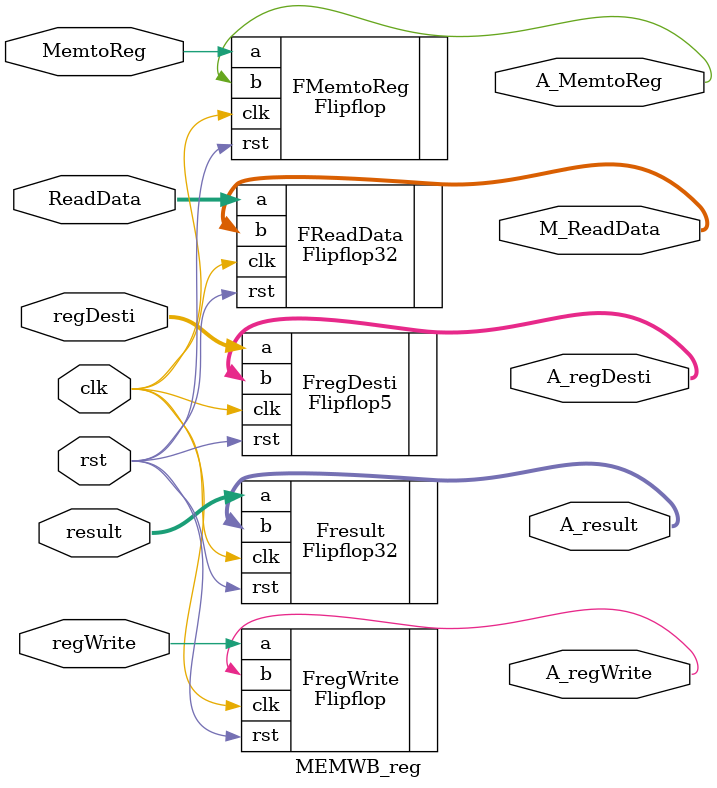
<source format=v>
module IFID_reg(
	input clk, rst,
	
	input [31:0] pc,
	input [31:0] inst,
	
	output [31:0] out_pc,
	output [31:0] out_inst
    );

	Flipflop32 Fpc(.clk(clk),.rst(rst),.a(pc),.b(out_pc));
	Flipflop32 Finst(.clk(clk),.rst(rst),.a(inst),.b(out_inst));
	
	
endmodule


module IDEXE_reg(
	input clk, rst,
	
	input ALUSrc, RegDst,  				//EXE stage control sig
	input [1:0]ALUOp,		 				//EXE stage control sig
	input branch, MemWrite, MemRead,	//MEM stage control sig
	input PCSrc, MemtoReg ,regWrite,	//WB stage control sig
	input [31:0] pc, 
	input [4:0] rt,rd,
	input [31:0] regData1, regData2, immed,
	input [5:0] funct,
	
	output A_ALUSrc, A_RegDst,
	output [1:0] A_ALUOp,		 				//EXE stage control sig
	output A_branch, A_MemWrite, A_MemRead,	//MEM stage control sig
	output A_PCSrc, A_MemtoReg, A_regWrite,	//WB stage control sig
	output [31:0] A_pc,
	output [4:0] A_rt, A_rd,
	output [31:0] A_regData1, A_regData2, A_immed,
	output [5:0] A_funct
	
	);
	Flipflop FALUSrc(.clk(clk),.rst(rst),.a(ALUSrc),.b(A_ALUSrc));
	Flipflop FRegDst(.clk(clk),.rst(rst),.a(RegDst),.b(A_RegDst));
	Flipflop2 FALUOp(.clk(clk),.rst(rst),.a(ALUOp),.b(A_ALUOp));
	Flipflop Fbranch(.clk(clk),.rst(rst),.a(branch),.b(A_branch));
	Flipflop FMemWrite(.clk(clk),.rst(rst),.a(MemWrite),.b(A_MemWrite));
	Flipflop FMemRead(.clk(clk),.rst(rst),.a(MemRead),.b(A_MemRead));
	Flipflop FPCSrc(.clk(clk),.rst(rst),.a(PCSrc),.b(A_PCSrc));
	Flipflop FMemtoReg(.clk(clk),.rst(rst),.a(MemtoReg),.b(A_MemtoReg));
	Flipflop FregWrite(.clk(clk),.rst(rst),.a(regWrite),.b(A_regWrite));
	Flipflop32 Fpc(.clk(clk),.rst(rst),.a(pc),.b(A_pc));
	Flipflop5 Frt(.clk(clk),.rst(rst),.a(rt),.b(A_rt));
	Flipflop5 Frd(.clk(clk),.rst(rst),.a(rd),.b(A_rd));
	Flipflop32 FregData1(.clk(clk),.rst(rst),.a(regData1),.b(A_regData1));
	Flipflop32 FregData2(.clk(clk),.rst(rst),.a(regData2),.b(A_regData2));
	Flipflop32 Fimmed(.clk(clk),.rst(rst),.a(immed),.b(A_immed));
	Flipflop6 Ffunct(.clk(clk),.rst(rst),.a(funct),.b(A_funct));
	
endmodule 

module EXEMEM_reg(
	input clk,rst,
	
	input [4:0] regDesti,
	input [31:0] target,
	input [31:0] result,
	input [31:0] regData2,
	input zero,
	input branch, MemWrite, MemRead,	//MEM stage control sig
	input PCSrc, MemtoReg, regWrite,	//WB stage control sig
	
	output [4:0] A_regDesti,
	output [31:0] A_target,
	output [31:0] A_result,
	output [31:0] A_regData2,
	output A_zero,
	output A_branch, A_MemWrite, A_MemRead,	//MEM stage control sig
	output A_PCSrc, A_MemtoReg, A_regWrite	//WB stage control sig
	);
	
	Flipflop5 FregDesti(.clk(clk),.rst(rst),.a(regDesti),.b(A_regDesti));
	Flipflop32 Ftarget(.clk(clk),.rst(rst),.a(target),.b(A_target));
	Flipflop32 Fresult(.clk(clk),.rst(rst),.a(result),.b(A_result));
	Flipflop32 FregData2(.clk(clk),.rst(rst),.a(regData2),.b(A_regData2));
	Flipflop Fzero(.clk(clk),.rst(rst),.a(zero),.b(A_zero));
	Flipflop Fbranch(.clk(clk),.rst(rst),.a(branch),.b(A_branch));
	Flipflop FMemWrite(.clk(clk),.rst(rst),.a(MemWrite),.b(A_MemWrite));
	Flipflop FMemRead(.clk(clk),.rst(rst),.a(MemRead),.b(A_MemRead));
	Flipflop FPCSrc(.clk(clk),.rst(rst),.a(PCSrc),.b(A_PCSrc));
	Flipflop FMemtoReg(.clk(clk),.rst(rst),.a(MemtoReg),.b(A_MemtoReg));
	Flipflop FregWrite(.clk(clk),.rst(rst),.a(regWrite),.b(A_regWrite));
	
endmodule 

module MEMWB_reg(
	input clk, rst,
	
	input [4:0] regDesti,
	input [31:0] ReadData, result,
	input MemtoReg,regWrite,//WB stage control sig
	
	output [4:0] A_regDesti,
	output [31:0] M_ReadData,A_result,
	output A_MemtoReg, A_regWrite	//WB stage control sig
	
	);
	
	Flipflop5 FregDesti(.clk(clk),.rst(rst),.a(regDesti),.b(A_regDesti));
	Flipflop32 FReadData(.clk(clk),.rst(rst),.a(ReadData),.b(M_ReadData));
	Flipflop32 Fresult(.clk(clk),.rst(rst),.a(result),.b(A_result));
	Flipflop FMemtoReg(.clk(clk),.rst(rst),.a(MemtoReg),.b(A_MemtoReg));
	Flipflop FregWrite(.clk(clk),.rst(rst),.a(regWrite),.b(A_regWrite));
endmodule 

</source>
